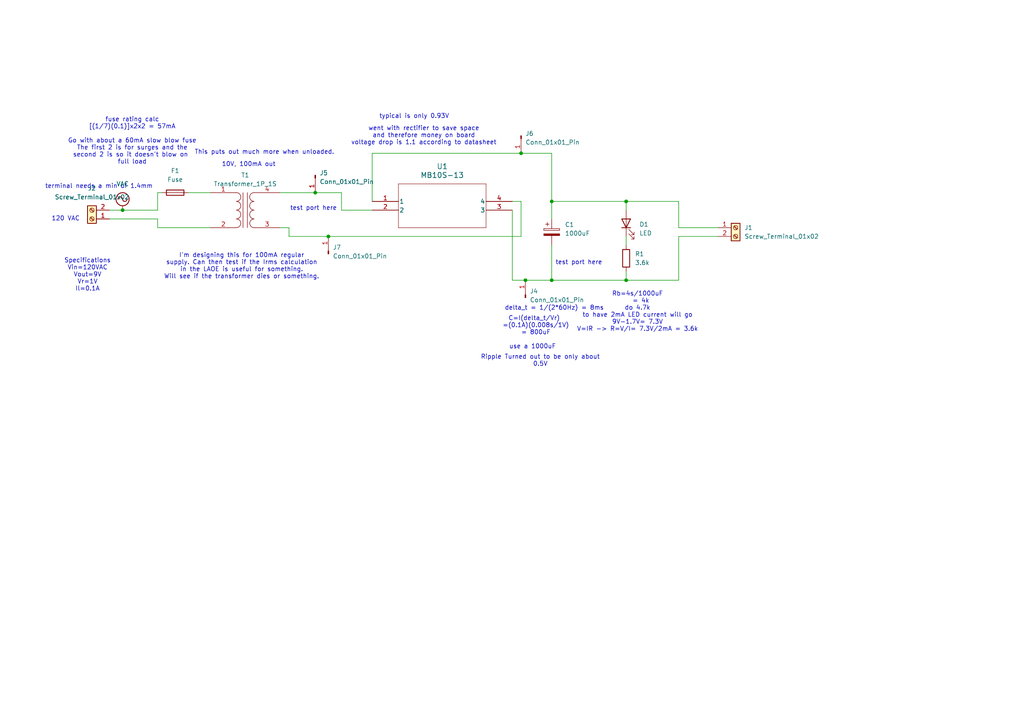
<source format=kicad_sch>
(kicad_sch (version 20231120) (generator "eeschema") (generator_version "8.0")
  (paper "A4")
  (lib_symbols
    (symbol "Connector:Conn_01x01_Pin" (pin_names (offset 1.016) hide)
      (property "Reference" "J" (at 0 2.54 0))
      (property "Value" "Conn_01x01_Pin" (at 0 -2.54 0))
      (symbol "Conn_01x01_Pin_1_1"
        (polyline (pts (xy 1.27 0) (xy 0.8636 0)) (stroke (width 0.1524)))
        (rectangle (start 0.8636 0.127) (end 0 -0.127) (stroke (width 0.1524)) (fill (type outline)))
        (pin passive line (at 5.08 0 180) (length 3.81) (name "Pin_1") (number "1"))
      )
    )
    (symbol "Connector:Screw_Terminal_01x02" (pin_names (offset 1.016) hide)
      (property "Reference" "J" (at 0 2.54 0))
      (property "Value" "Screw_Terminal_01x02" (at 0 -5.08 0))
      (symbol "Screw_Terminal_01x02_1_1"
        (rectangle (start -1.27 1.27) (end 1.27 -3.81) (stroke (width 0.254)) (fill (type background)))
        (circle (center 0 -2.54) (radius 0.635) (stroke (width 0.1524)))
        (polyline (pts (xy -0.5334 -2.2098) (xy 0.3302 -3.048)) (stroke (width 0.1524)))
        (polyline (pts (xy -0.5334 0.3302) (xy 0.3302 -0.508)) (stroke (width 0.1524)))
        (polyline (pts (xy -0.3556 -2.032) (xy 0.508 -2.8702)) (stroke (width 0.1524)))
        (polyline (pts (xy -0.3556 0.508) (xy 0.508 -0.3302)) (stroke (width 0.1524)))
        (circle (center 0 0) (radius 0.635) (stroke (width 0.1524)))
        (pin passive line (at -5.08 0 0) (length 3.81) (name "Pin_1") (number "1"))
        (pin passive line (at -5.08 -2.54 0) (length 3.81) (name "Pin_2") (number "2"))
      )
    )
    (symbol "Device:C_Polarized" (pin_numbers hide) (pin_names (offset 0.254))
      (property "Reference" "C" (at 0.635 2.54 0))
      (property "Value" "C_Polarized" (at 0.635 -2.54 0))
      (symbol "C_Polarized_0_1"
        (rectangle (start -2.286 0.508) (end 2.286 1.016))
        (polyline (pts (xy -1.778 2.286) (xy -0.762 2.286)))
        (polyline (pts (xy -1.27 2.794) (xy -1.27 1.778)))
        (rectangle (start 2.286 -0.508) (end -2.286 -1.016) (fill (type outline)))
      )
      (symbol "C_Polarized_1_1"
        (pin passive line (at 0 3.81 270) (length 2.794) (name "~") (number "1"))
        (pin passive line (at 0 -3.81 90) (length 2.794) (name "~") (number "2"))
      )
    )
    (symbol "Device:Fuse" (pin_numbers hide) (pin_names (offset 0))
      (property "Reference" "F" (at 2.032 0 90))
      (property "Value" "Fuse" (at -1.905 0 90))
      (symbol "Fuse_0_1"
        (rectangle (start -0.762 -2.54) (end 0.762 2.54) (stroke (width 0.254)))
        (polyline (pts (xy 0 2.54) (xy 0 -2.54)))
      )
      (symbol "Fuse_1_1"
        (pin passive line (at 0 3.81 270) (length 1.27) (name "~") (number "1"))
        (pin passive line (at 0 -3.81 90) (length 1.27) (name "~") (number "2"))
      )
    )
    (symbol "Device:LED" (pin_numbers hide) (pin_names (offset 1.016) hide)
      (property "Reference" "D" (at 0 2.54 0))
      (property "Value" "LED" (at 0 -2.54 0))
      (symbol "LED_0_1"
        (polyline (pts (xy -1.27 -1.27) (xy -1.27 1.27)) (stroke (width 0.254)))
        (polyline (pts (xy -1.27 0) (xy 1.27 0)))
        (polyline (pts (xy 1.27 -1.27) (xy 1.27 1.27) (xy -1.27 0) (xy 1.27 -1.27)) (stroke (width 0.254)))
        (polyline (pts (xy -3.048 -0.762) (xy -4.572 -2.286) (xy -3.81 -2.286) (xy -4.572 -2.286) (xy -4.572 -1.524)))
        (polyline (pts (xy -1.778 -0.762) (xy -3.302 -2.286) (xy -2.54 -2.286) (xy -3.302 -2.286) (xy -3.302 -1.524)))
      )
      (symbol "LED_1_1"
        (pin passive line (at -3.81 0 0) (length 2.54) (name "K") (number "1"))
        (pin passive line (at 3.81 0 180) (length 2.54) (name "A") (number "2"))
      )
    )
    (symbol "Device:R" (pin_numbers hide) (pin_names (offset 0))
      (property "Reference" "R" (at 2.032 0 90))
      (property "Value" "R" (at 0 0 90))
      (symbol "R_0_1"
        (rectangle (start -1.016 -2.54) (end 1.016 2.54) (stroke (width 0.254)))
      )
      (symbol "R_1_1"
        (pin passive line (at 0 3.81 270) (length 1.27) (name "~") (number "1"))
        (pin passive line (at 0 -3.81 90) (length 1.27) (name "~") (number "2"))
      )
    )
    (symbol "Device:Transformer_1P_1S" (pin_names (offset 1.016) hide)
      (property "Reference" "T" (at 0 6.35 0))
      (property "Value" "Transformer_1P_1S" (at 0 -7.62 0))
      (symbol "Transformer_1P_1S_0_1"
        (arc (start -2.54 -5.0546) (mid -1.6599 -4.6901) (end -1.27 -3.81))
        (arc (start -2.54 -2.5146) (mid -1.6599 -2.1501) (end -1.27 -1.27))
        (arc (start -2.54 0.0254) (mid -1.6599 0.3899) (end -1.27 1.27))
        (arc (start -2.54 2.5654) (mid -1.6599 2.9299) (end -1.27 3.81))
        (arc (start -1.27 -3.81) (mid -1.642 -2.912) (end -2.54 -2.54))
        (arc (start -1.27 -1.27) (mid -1.642 -0.372) (end -2.54 0))
        (arc (start -1.27 1.27) (mid -1.642 2.168) (end -2.54 2.54))
        (arc (start -1.27 3.81) (mid -1.642 4.708) (end -2.54 5.08))
        (polyline (pts (xy -0.635 5.08) (xy -0.635 -5.08)))
        (polyline (pts (xy 0.635 -5.08) (xy 0.635 5.08)))
        (arc (start 1.2954 -1.27) (mid 1.6599 -2.1501) (end 2.54 -2.5146))
        (arc (start 1.2954 1.27) (mid 1.6599 0.3899) (end 2.54 0.0254))
        (arc (start 1.2954 3.81) (mid 1.6599 2.9299) (end 2.54 2.5654))
        (arc (start 1.3208 -3.81) (mid 1.6853 -4.6901) (end 2.5654 -5.0546))
        (arc (start 2.54 0) (mid 1.642 -0.372) (end 1.2954 -1.27))
        (arc (start 2.54 2.54) (mid 1.642 2.168) (end 1.2954 1.27))
        (arc (start 2.54 5.08) (mid 1.642 4.708) (end 1.2954 3.81))
        (arc (start 2.5654 -2.54) (mid 1.6674 -2.912) (end 1.3208 -3.81))
      )
      (symbol "Transformer_1P_1S_1_1"
        (pin passive line (at -10.16 5.08 0) (length 7.62) (name "AA") (number "1"))
        (pin passive line (at -10.16 -5.08 0) (length 7.62) (name "AB") (number "2"))
        (pin passive line (at 10.16 -5.08 180) (length 7.62) (name "SA") (number "3"))
        (pin passive line (at 10.16 5.08 180) (length 7.62) (name "SB") (number "4"))
      )
    )
    (symbol "diodes inc bridge retifier:MB10S-13" (pin_names (offset 0.254))
      (property "Reference" "U" (at 20.32 10.16 0))
      (property "Value" "MB10S-13" (at 20.32 7.62 0))
      (symbol "MB10S-13_0_1"
        (polyline (pts (xy 7.62 -7.62) (xy 33.02 -7.62)) (stroke (width 0.127)))
        (polyline (pts (xy 7.62 5.08) (xy 7.62 -7.62)) (stroke (width 0.127)))
        (polyline (pts (xy 33.02 -7.62) (xy 33.02 5.08)) (stroke (width 0.127)))
        (polyline (pts (xy 33.02 5.08) (xy 7.62 5.08)) (stroke (width 0.127)))
        (pin unspecified line (at 0 0 0) (length 7.62) (name "1") (number "1"))
        (pin unspecified line (at 0 -2.54 0) (length 7.62) (name "2") (number "2"))
        (pin unspecified line (at 40.64 -2.54 180) (length 7.62) (name "3") (number "3"))
        (pin unspecified line (at 40.64 0 180) (length 7.62) (name "4") (number "4"))
      )
    )
    (symbol "power:VAC" (power) (pin_numbers hide) (pin_names (offset 0) hide)
      (property "Value" "VAC" (at 0 6.35 0))
      (symbol "VAC_0_1"
        (polyline (pts (xy 0 0) (xy 0 1.27)))
        (arc (start 0 3.175) (mid -0.635 3.8073) (end -1.27 3.175) (stroke (width 0.254)))
        (arc (start 0 3.175) (mid 0.635 2.5427) (end 1.27 3.175) (stroke (width 0.254)))
        (circle (center 0 3.175) (radius 1.905) (stroke (width 0.254)))
      )
      (symbol "VAC_1_1"
        (pin power_in line (at 0 0 90) (length 0) (name "~") (number "1"))
      )
    )
  )
  (junction (at 95.25 68.58))
  (junction (at 160.02 58.42))
  (junction (at 91.44 55.88))
  (junction (at 152.4 81.28))
  (junction (at 35.56 60.96))
  (junction (at 181.61 58.42))
  (junction (at 151.13 44.45))
  (junction (at 181.61 81.28))
  (junction (at 160.02 81.28))
  (wire (pts (xy 160.02 44.45) (xy 160.02 58.42)))
  (wire (pts (xy 107.95 60.96) (xy 99.06 60.96)))
  (wire (pts (xy 45.72 66.04) (xy 60.96 66.04)))
  (wire (pts (xy 107.95 44.45) (xy 151.13 44.45)))
  (wire (pts (xy 35.56 60.96) (xy 45.72 60.96)))
  (wire (pts (xy 181.61 78.74) (xy 181.61 81.28)))
  (wire (pts (xy 95.25 68.58) (xy 151.13 68.58)))
  (wire (pts (xy 83.82 68.58) (xy 83.82 66.04)))
  (wire (pts (xy 148.59 81.28) (xy 152.4 81.28)))
  (wire (pts (xy 83.82 66.04) (xy 81.28 66.04)))
  (wire (pts (xy 45.72 60.96) (xy 45.72 55.88)))
  (wire (pts (xy 181.61 81.28) (xy 196.85 81.28)))
  (wire (pts (xy 151.13 58.42) (xy 151.13 68.58)))
  (wire (pts (xy 160.02 58.42) (xy 181.61 58.42)))
  (wire (pts (xy 31.75 63.5) (xy 45.72 63.5)))
  (wire (pts (xy 160.02 71.12) (xy 160.02 81.28)))
  (wire (pts (xy 160.02 81.28) (xy 181.61 81.28)))
  (wire (pts (xy 81.28 55.88) (xy 91.44 55.88)))
  (wire (pts (xy 160.02 58.42) (xy 160.02 63.5)))
  (wire (pts (xy 45.72 55.88) (xy 46.99 55.88)))
  (wire (pts (xy 99.06 60.96) (xy 99.06 55.88)))
  (wire (pts (xy 45.72 63.5) (xy 45.72 66.04)))
  (wire (pts (xy 181.61 58.42) (xy 181.61 60.96)))
  (wire (pts (xy 196.85 68.58) (xy 196.85 81.28)))
  (wire (pts (xy 54.61 55.88) (xy 60.96 55.88)))
  (wire (pts (xy 107.95 58.42) (xy 107.95 44.45)))
  (wire (pts (xy 31.75 60.96) (xy 35.56 60.96)))
  (wire (pts (xy 148.59 58.42) (xy 151.13 58.42)))
  (wire (pts (xy 148.59 60.96) (xy 148.59 81.28)))
  (wire (pts (xy 196.85 66.04) (xy 196.85 58.42)))
  (wire (pts (xy 181.61 68.58) (xy 181.61 71.12)))
  (wire (pts (xy 208.28 68.58) (xy 196.85 68.58)))
  (wire (pts (xy 152.4 81.28) (xy 160.02 81.28)))
  (wire (pts (xy 83.82 68.58) (xy 95.25 68.58)))
  (wire (pts (xy 181.61 58.42) (xy 196.85 58.42)))
  (wire (pts (xy 91.44 55.88) (xy 99.06 55.88)))
  (wire (pts (xy 208.28 66.04) (xy 196.85 66.04)))
  (wire (pts (xy 151.13 44.45) (xy 160.02 44.45)))
  (text "Ripple Turned out to be only about\n0.5V" (at 156.718 104.648 0) (effects (font (size 1.27 1.27))))
  (text "Rb=4s/1000uF\n  = 4k\ndo 4.7k\nto have 2mA LED current will go\n9V-1.7V= 7.3V\nV=IR -> R=V/I= 7.3V/2mA = 3.6k" (at 184.912 90.424 0) (effects (font (size 1.27 1.27))))
  (text "fuse rating calc\n[(1/7)(0.1)]x2x2 = 57mA\n\nGo with about a 60mA slow blow fuse\nThe first 2 is for surges and the\nsecond 2 is so it doesn't blow on \nfull load" (at 38.354 40.894 0) (effects (font (size 1.27 1.27))))
  (text "terminal needs a min of 1.4mm" (at 28.702 54.102 0) (effects (font (size 1.27 1.27))))
  (text "delta_t = 1/(2*60Hz) = 8ms" (at 160.782 89.408 0) (effects (font (size 1.27 1.27))))
  (text "10V, 100mA out" (at 72.136 47.752 0) (effects (font (size 1.27 1.27))))
  (text "typical is only 0.93V" (at 120.142 33.782 0) (effects (font (size 1.27 1.27))))
  (text "I'm designing this for 100mA regular\nsupply. Can then test if the Irms calculation\nin the LAOE is useful for something.\nWill see if the transformer dies or something." (at 70.104 77.216 0) (effects (font (size 1.27 1.27))))
  (text "Specifications\nVin=120VAC\nVout=9V\nVr=1V\nIl=0.1A" (at 25.4 79.756 0) (effects (font (size 1.27 1.27))))
  (text "120 VAC" (at 19.05 63.5 0) (effects (font (size 1.27 1.27))))
  (text "test port here" (at 90.932 60.452 0) (effects (font (size 1.27 1.27))))
  (text "This puts out much more when unloaded." (at 76.708 44.196 0) (effects (font (size 1.27 1.27))))
  (text "C=I(delta_t/Vr)\n =(0.1A)(0.008s/1V)\n = 800uF\n\nuse a 1000uF " (at 154.94 96.52 0) (effects (font (size 1.27 1.27))))
  (text "went with rectifier to save space\nand therefore money on board\nvoltage drop is 1.1 according to datasheet" (at 122.936 39.37 0) (effects (font (size 1.27 1.27))))
  (text "test port here" (at 167.894 76.2 0) (effects (font (size 1.27 1.27))))
  (symbol (lib_id "Device:LED") (at 181.61 64.77 90) (unit 1)
    (property "Reference" "D1" (at 185.42 65.0874 90) (effects (justify right)))
    (property "Value" "LED" (at 185.42 67.6274 90) (effects (justify right)))
    (property "Footprint" "LED_THT:LED_D5.0mm" (effects (hide yes)))
    (property "Datasheet" "https://www.digikey.ca/en/products/detail/broadcom-limited/HLMP-4700-C0002/1234840" (effects (hide yes)))
    (property "Description" "Red 626nm LED Indication - Discrete 1.7V Radial" (effects (hide yes)))
    (property "Part #" "Red 626nm LED Indication - Discrete 1.7V Radial" (effects (hide yes)))
  )
  (symbol (lib_id "Connector:Conn_01x01_Pin") (at 152.4 86.36 90) (unit 1)
    (property "Reference" "J4" (at 153.67 84.4549 90) (effects (justify right)))
    (property "Value" "Conn_01x01_Pin" (at 153.67 86.9949 90) (effects (justify right)))
    (property "Footprint" "Connector_PinHeader_2.54mm:PinHeader_1x01_P2.54mm_Vertical" (effects (hide yes)))
    (property "Datasheet" "https://www.digikey.ca/en/products/detail/samtec-inc/TS-103-T-A/1105491" (effects (hide yes)))
    (property "Description" "3 Position Header Connector Post Tin" (effects (hide yes)))
    (property "Part #" "TS-103-T-A" (effects (hide yes)))
  )
  (symbol (lib_id "Device:C_Polarized") (at 160.02 67.31 0) (unit 1)
    (property "Reference" "C1" (at 163.83 65.1509 0) (effects (justify left)))
    (property "Value" "1000uF" (at 163.83 67.6909 0) (effects (justify left)))
    (property "Footprint" "Capacitor_THT:CP_Radial_D10.0mm_P5.00mm" (effects (hide yes)))
    (property "Datasheet" "https://www.digikey.ca/en/products/detail/rubycon/25PX1000MEFCT810X16/3134863" (effects (hide yes)))
    (property "Description" "CAP ALUM 1000UF 20% 25V RADIAL" (effects (hide yes)))
    (property "Part #" "25PX1000MEFCT810X16" (effects (hide yes)))
  )
  (symbol (lib_id "Connector:Screw_Terminal_01x02") (at 26.67 63.5 180) (unit 1)
    (property "Reference" "J2" (at 26.67 54.61 0))
    (property "Value" "Screw_Terminal_01x02" (at 26.67 57.15 0))
    (property "Footprint" "TerminalBlock_Altech:Altech_AK100_1x02_P5.00mm" (effects (hide yes)))
    (property "Datasheet" "https://www.digikey.ca/en/products/detail/w%C3%BCrth-elektronik/691137710002/6644051" (effects (hide yes)))
    (property "Description" "2 Position Wire to Board Terminal Block Horizontal with Board 0.197\" (5.00mm) Through Hole" (effects (hide yes)))
    (property "Part #" "691137710002" (effects (hide yes)))
  )
  (symbol (lib_id "Connector:Conn_01x01_Pin") (at 151.13 39.37 270) (unit 1)
    (property "Reference" "J6" (at 152.4 38.7349 90) (effects (justify left)))
    (property "Value" "Conn_01x01_Pin" (at 152.4 41.2749 90) (effects (justify left)))
    (property "Footprint" "Connector_PinHeader_2.54mm:PinHeader_1x01_P2.54mm_Vertical" (effects (hide yes)))
    (property "Datasheet" "https://www.digikey.ca/en/products/detail/samtec-inc/TS-103-T-A/1105491" (effects (hide yes)))
    (property "Description" "3 Position Header Connector Post Tin" (effects (hide yes)))
    (property "Part #" "TS-103-T-A" (effects (hide yes)))
  )
  (symbol (lib_id "diodes inc bridge retifier:MB10S-13") (at 107.95 58.42 0) (unit 1)
    (property "Reference" "U1" (at 128.27 48.26 0) (effects (font (size 1.524 1.524))))
    (property "Value" "MB10S-13" (at 128.27 50.8 0) (effects (font (size 1.524 1.524))))
    (property "Footprint" "mb10s_rectifier:TO-269AA_3P8X4P75_DIO-L" (effects (hide yes)))
    (property "Datasheet" "https://www.diodes.com/assets/Datasheets/MB10S.pdf" (effects (hide yes)))
    (property "Description" "BRIDGE RECT 1PHASE 1KV 800MA MBS" (effects (hide yes)))
    (property "Part #" "MB10S-13" (effects (hide yes)))
  )
  (symbol (lib_id "Device:R") (at 181.61 74.93 0) (unit 1)
    (property "Reference" "R1" (at 184.15 73.6599 0) (effects (justify left)))
    (property "Value" "3.6k" (at 184.15 76.1999 0) (effects (justify left)))
    (property "Footprint" "Resistor_THT:R_Axial_DIN0207_L6.3mm_D2.5mm_P7.62mm_Horizontal" (effects (hide yes)))
    (property "Datasheet" "https://www.digikey.ca/en/products/detail/stackpole-electronics-inc/CF12JT3K60/1741117" (effects (hide yes)))
    (property "Description" "RES 3.6K OHM 5% 1/2W AXIAL" (effects (hide yes)))
    (property "Part #" "CF12JT3K60" (effects (hide yes)))
  )
  (symbol (lib_id "Device:Fuse") (at 50.8 55.88 90) (unit 1)
    (property "Reference" "F1" (at 50.8 49.53 90))
    (property "Value" "Fuse" (at 50.8 52.07 90))
    (property "Footprint" "Fuse:Fuseholder_Clip-5x20mm_Bel_FC-203-22_Lateral_P17.80x5.00mm_D1.17mm_Horizontal" (effects (hide yes)))
    (property "Datasheet" "https://www.digikey.ca/en/products/detail/littelfuse-inc/0218-080MXP/777576" (effects (hide yes)))
    (property "Description" "FUSE GLASS 80MA 250VAC 5X20MM" (effects (hide yes)))
    (property "Fuse Part#" "0218.080MXP" (effects (hide yes)))
    (property "holder Part #" "01110501Z" (effects (hide yes)))
  )
  (symbol (lib_id "Connector:Screw_Terminal_01x02") (at 213.36 66.04 0) (unit 1)
    (property "Reference" "J1" (at 215.9 66.0399 0) (effects (justify left)))
    (property "Value" "Screw_Terminal_01x02" (at 215.9 68.5799 0) (effects (justify left)))
    (property "Footprint" "TerminalBlock_4Ucon:TerminalBlock_4Ucon_1x02_P3.50mm_Vertical" (effects (hide yes)))
    (property "Datasheet" "https://www.digikey.ca/en/products/detail/on-shore-technology-inc/OSTTE020104/2351816" (effects (hide yes)))
    (property "Description" "2 Position Wire to Board Terminal Block Horizontal with Board 0.138\" (3.50mm) Through Hole" (effects (hide yes)))
    (property "Part #" "OSTTE020104" (effects (hide yes)))
  )
  (symbol (lib_id "Device:Transformer_1P_1S") (at 71.12 60.96 0) (unit 1)
    (property "Reference" "T1" (at 71.1327 50.8 0))
    (property "Value" "Transformer_1P_1S" (at 71.1327 53.34 0))
    (property "Footprint" "kody_custom:BV301S10010 Transformer" (effects (hide yes)))
    (property "Datasheet" "https://www.digikey.ca/en/products/detail/zettler-magnetics/BV301S10010/22639821" (effects (hide yes)))
    (property "Description" "Transformer, single primary, single secondary" (effects (hide yes)))
    (property "Part #" "BV301S10010" (effects (hide yes)))
  )
  (symbol (lib_id "power:VAC") (at 35.56 60.96 0) (unit 1)
    (property "Reference" "#PWR01" (effects (hide yes)))
    (property "Value" "VAC" (at 35.56 53.34 0))
    (property "Description" "Power symbol creates a global label with name \"VAC\"" (effects (hide yes)))
  )
  (symbol (lib_id "Connector:Conn_01x01_Pin") (at 95.25 73.66 90) (unit 1)
    (property "Reference" "J7" (at 96.52 71.7549 90) (effects (justify right)))
    (property "Value" "Conn_01x01_Pin" (at 96.52 74.2949 90) (effects (justify right)))
    (property "Footprint" "Connector_PinHeader_2.54mm:PinHeader_1x01_P2.54mm_Vertical" (effects (hide yes)))
    (property "Datasheet" "https://www.digikey.ca/en/products/detail/samtec-inc/TS-103-T-A/1105491" (effects (hide yes)))
    (property "Description" "3 Position Header Connector Post Tin" (effects (hide yes)))
    (property "Part #" "TS-103-T-A" (effects (hide yes)))
  )
  (symbol (lib_id "Connector:Conn_01x01_Pin") (at 91.44 50.8 270) (unit 1)
    (property "Reference" "J5" (at 92.71 50.1649 90) (effects (justify left)))
    (property "Value" "Conn_01x01_Pin" (at 92.71 52.7049 90) (effects (justify left)))
    (property "Footprint" "Connector_PinHeader_2.54mm:PinHeader_1x01_P2.54mm_Vertical" (effects (hide yes)))
    (property "Datasheet" "https://www.digikey.ca/en/products/detail/samtec-inc/TS-103-T-A/1105491" (effects (hide yes)))
    (property "Description" "3 Position Header Connector Post Tin" (effects (hide yes)))
    (property "Part #" "TS-103-T-A" (effects (hide yes)))
  )
)
</source>
